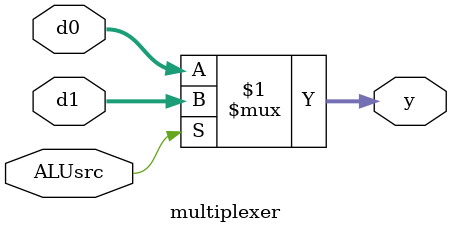
<source format=sv>
module multiplexer #(
    parameter WIDTH = 32
)
(
    input logic[WIDTH-1:0] d0, d1,
    input logic             ALUsrc,
    output logic [WIDTH-1:0] y
    );
    assign y = ALUsrc ? d1 : d0;
endmodule

</source>
